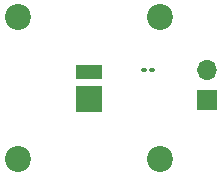
<source format=gbr>
%TF.GenerationSoftware,KiCad,Pcbnew,7.0.6-0*%
%TF.CreationDate,2024-07-04T16:38:01+08:00*%
%TF.ProjectId,led2835,6c656432-3833-4352-9e6b-696361645f70,rev?*%
%TF.SameCoordinates,Original*%
%TF.FileFunction,Soldermask,Top*%
%TF.FilePolarity,Negative*%
%FSLAX46Y46*%
G04 Gerber Fmt 4.6, Leading zero omitted, Abs format (unit mm)*
G04 Created by KiCad (PCBNEW 7.0.6-0) date 2024-07-04 16:38:01*
%MOMM*%
%LPD*%
G01*
G04 APERTURE LIST*
G04 Aperture macros list*
%AMRoundRect*
0 Rectangle with rounded corners*
0 $1 Rounding radius*
0 $2 $3 $4 $5 $6 $7 $8 $9 X,Y pos of 4 corners*
0 Add a 4 corners polygon primitive as box body*
4,1,4,$2,$3,$4,$5,$6,$7,$8,$9,$2,$3,0*
0 Add four circle primitives for the rounded corners*
1,1,$1+$1,$2,$3*
1,1,$1+$1,$4,$5*
1,1,$1+$1,$6,$7*
1,1,$1+$1,$8,$9*
0 Add four rect primitives between the rounded corners*
20,1,$1+$1,$2,$3,$4,$5,0*
20,1,$1+$1,$4,$5,$6,$7,0*
20,1,$1+$1,$6,$7,$8,$9,0*
20,1,$1+$1,$8,$9,$2,$3,0*%
G04 Aperture macros list end*
%ADD10RoundRect,0.100000X0.130000X0.100000X-0.130000X0.100000X-0.130000X-0.100000X0.130000X-0.100000X0*%
%ADD11C,2.200000*%
%ADD12R,2.200000X2.200000*%
%ADD13R,2.200000X1.250000*%
%ADD14R,1.700000X1.700000*%
%ADD15O,1.700000X1.700000*%
G04 APERTURE END LIST*
D10*
%TO.C,R1*%
X155320000Y-98500000D03*
X154680000Y-98500000D03*
%TD*%
D11*
%TO.C,H3*%
X156000000Y-106000000D03*
%TD*%
D12*
%TO.C,D1*%
X150000000Y-100900000D03*
D13*
X150000000Y-98625000D03*
%TD*%
D11*
%TO.C,H4*%
X144000000Y-106000000D03*
%TD*%
%TO.C,H2*%
X156000000Y-94000000D03*
%TD*%
%TO.C,H1*%
X144000000Y-94000000D03*
%TD*%
D14*
%TO.C,J1*%
X160000000Y-101000000D03*
D15*
X160000000Y-98460000D03*
%TD*%
M02*

</source>
